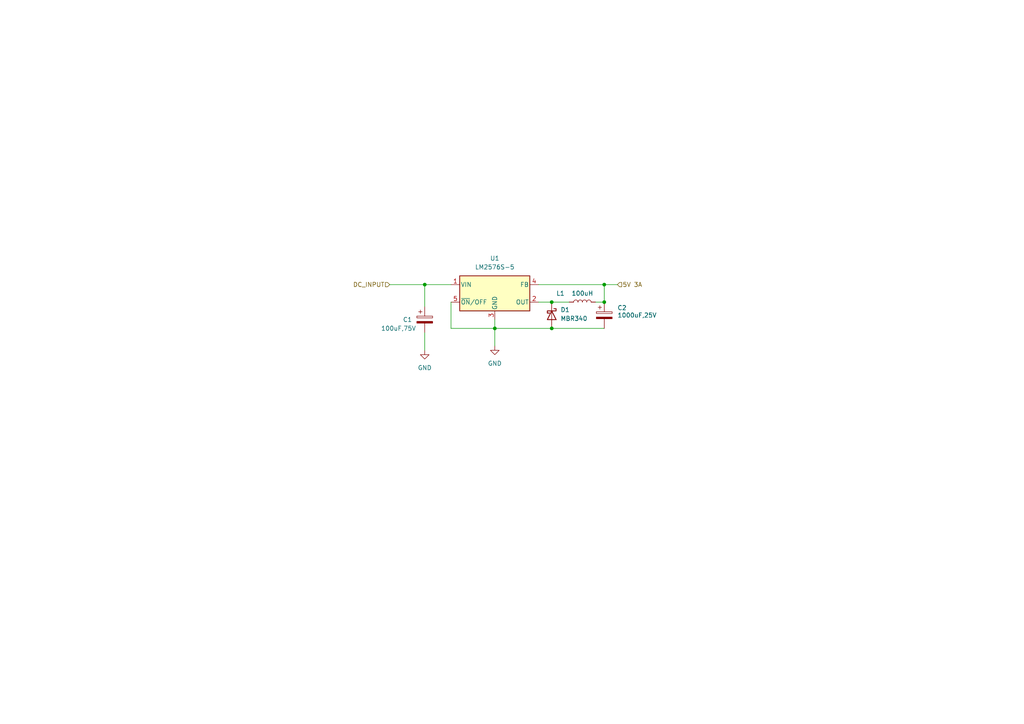
<source format=kicad_sch>
(kicad_sch (version 20211123) (generator eeschema)
  (paper "A4")
  (lib_symbols
    (symbol "Device:C_Polarized" (pin_numbers hide) (pin_names (offset 0.254))
      (property "Reference" "C" (at 0.635 2.54 0))
      (property "Value" "C_Polarized" (at 0.635 -2.54 0))
      (symbol "C_Polarized_0_1"
        (rectangle (start -2.286 0.508) (end 2.286 1.016))
        (polyline (pts (xy -1.778 2.286) (xy -0.762 2.286)))
        (polyline (pts (xy -1.27 2.794) (xy -1.27 1.778)))
        (rectangle (start 2.286 -0.508) (end -2.286 -1.016) (fill (type outline)))
      )
      (symbol "C_Polarized_1_1"
        (pin passive line (at 0 3.81 270) (length 2.794) (name "~") (number "1"))
        (pin passive line (at 0 -3.81 90) (length 2.794) (name "~") (number "2"))
      )
    )
    (symbol "Device:L" (pin_numbers hide) (pin_names (offset 1.016) hide)
      (property "Reference" "L" (at -1.27 0 90))
      (property "Value" "L" (at 1.905 0 90))
      (symbol "L_0_1"
        (arc (start 0 -2.54) (mid 0.635 -1.905) (end 0 -1.27))
        (arc (start 0 -1.27) (mid 0.635 -0.635) (end 0 0))
        (arc (start 0 0) (mid 0.635 0.635) (end 0 1.27))
        (arc (start 0 1.27) (mid 0.635 1.905) (end 0 2.54))
      )
      (symbol "L_1_1"
        (pin passive line (at 0 3.81 270) (length 1.27) (name "1") (number "1"))
        (pin passive line (at 0 -3.81 90) (length 1.27) (name "2") (number "2"))
      )
    )
    (symbol "Diode:MBR340" (pin_numbers hide) (pin_names (offset 1.016) hide)
      (property "Reference" "D" (at 0 2.54 0))
      (property "Value" "MBR340" (at 0 -2.54 0))
      (symbol "MBR340_0_1"
        (polyline (pts (xy 1.27 0) (xy -1.27 0)))
        (polyline (pts (xy 1.27 1.27) (xy 1.27 -1.27) (xy -1.27 0) (xy 1.27 1.27)) (stroke (width 0.254)))
        (polyline (pts (xy -1.905 0.635) (xy -1.905 1.27) (xy -1.27 1.27) (xy -1.27 -1.27) (xy -0.635 -1.27) (xy -0.635 -0.635)) (stroke (width 0.254)))
      )
      (symbol "MBR340_1_1"
        (pin passive line (at -3.81 0 0) (length 2.54) (name "K") (number "1"))
        (pin passive line (at 3.81 0 180) (length 2.54) (name "A") (number "2"))
      )
    )
    (symbol "Regulator_Switching:LM2576S-5" (pin_names (offset 0.254))
      (property "Reference" "U" (at -10.16 6.35 0))
      (property "Value" "LM2576S-5" (at 0 6.35 0))
      (symbol "LM2576S-5_0_1"
        (rectangle (start -10.16 5.08) (end 10.16 -5.08) (stroke (width 0.254)) (fill (type background)))
      )
      (symbol "LM2576S-5_1_1"
        (pin power_in line (at -12.7 2.54 0) (length 2.54) (name "VIN") (number "1"))
        (pin output line (at 12.7 -2.54 180) (length 2.54) (name "OUT") (number "2"))
        (pin power_in line (at 0 -7.62 90) (length 2.54) (name "GND") (number "3"))
        (pin input line (at 12.7 2.54 180) (length 2.54) (name "FB") (number "4"))
        (pin input line (at -12.7 -2.54 0) (length 2.54) (name "~{ON}/OFF") (number "5"))
      )
    )
    (symbol "power:GND" (power) (pin_names (offset 0))
      (property "Value" "GND" (at 0 -3.81 0))
      (symbol "GND_0_1"
        (polyline (pts (xy 0 0) (xy 0 -1.27) (xy 1.27 -1.27) (xy 0 -2.54) (xy -1.27 -1.27) (xy 0 -1.27)))
      )
      (symbol "GND_1_1"
        (pin power_in line (at 0 0 270) (length 0) hide (name "GND") (number "1"))
      )
    )
  )
  (junction (at 175.26 87.63))
  (junction (at 175.26 82.55))
  (junction (at 143.51 95.25))
  (junction (at 123.19 82.55))
  (junction (at 160.02 87.63))
  (junction (at 160.02 95.25))
  (wire (pts (xy 143.51 92.71) (xy 143.51 95.25)))
  (wire (pts (xy 123.19 82.55) (xy 113.03 82.55)))
  (wire (pts (xy 143.51 95.25) (xy 143.51 100.33)))
  (wire (pts (xy 123.19 82.55) (xy 130.81 82.55)))
  (wire (pts (xy 175.26 82.55) (xy 179.07 82.55)))
  (wire (pts (xy 156.21 82.55) (xy 175.26 82.55)))
  (wire (pts (xy 143.51 95.25) (xy 160.02 95.25)))
  (wire (pts (xy 175.26 82.55) (xy 175.26 87.63)))
  (wire (pts (xy 160.02 87.63) (xy 165.1 87.63)))
  (wire (pts (xy 160.02 95.25) (xy 175.26 95.25)))
  (wire (pts (xy 172.72 87.63) (xy 175.26 87.63)))
  (wire (pts (xy 123.19 88.9) (xy 123.19 82.55)))
  (wire (pts (xy 123.19 96.52) (xy 123.19 101.6)))
  (wire (pts (xy 156.21 87.63) (xy 160.02 87.63)))
  (wire (pts (xy 130.81 87.63) (xy 130.81 95.25)))
  (wire (pts (xy 130.81 95.25) (xy 143.51 95.25)))
  (hierarchical_label "5V 3A" (shape input) (at 179.07 82.55 0))
  (hierarchical_label "DC_INPUT" (shape input) (at 113.03 82.55 180))
  (symbol (lib_id "Device:L") (at 168.91 87.63 90) (unit 1)
    (property "Reference" "L1" (at 162.56 85.09 90))
    (property "Value" "100uH" (at 168.91 85.09 90))
    (property "Footprint" "Inductor_SMD:L_0805_2012Metric" (effects hide))
  )
  (symbol (lib_id "power:GND") (at 143.51 100.33 0) (unit 1)
    (property "Reference" "#PWR0103" (effects hide))
    (property "Value" "GND" (at 143.51 105.41 0))
  )
  (symbol (lib_id "Diode:MBR340") (at 160.02 91.44 270) (unit 1)
    (property "Reference" "D1" (at 162.56 89.8524 90) (effects (justify left)))
    (property "Value" "MBR340" (at 162.56 92.3924 90) (effects (justify left)))
    (property "Footprint" "Diode_THT:D_DO-201AD_P15.24mm_Horizontal" (effects hide))
    (property "Datasheet" "http://www.onsemi.com/pub_link/Collateral/MBR340-D.PDF" (effects hide))
  )
  (symbol (lib_id "Regulator_Switching:LM2576S-5") (at 143.51 85.09 0) (unit 1)
    (property "Reference" "U1" (at 143.51 74.93 0))
    (property "Value" "LM2576S-5" (at 143.51 77.47 0))
    (property "Footprint" "Package_TO_SOT_SMD:TO-263-5_TabPin3" (effects hide))
    (property "Datasheet" "http://www.ti.com/lit/ds/symlink/lm2576.pdf" (effects hide))
  )
  (symbol (lib_id "power:GND") (at 123.19 101.6 0) (unit 1)
    (property "Reference" "#PWR0104" (effects hide))
    (property "Value" "GND" (at 123.19 106.68 0))
  )
  (symbol (lib_id "Device:C_Polarized") (at 175.26 91.44 0) (unit 1)
    (property "Reference" "C2" (at 179.07 89.2809 0) (effects (justify left)))
    (property "Value" "1000uF,25V" (at 179.07 91.44 0) (effects (justify left)))
    (property "Footprint" "Capacitor_SMD:CP_Elec_8x6.5" (effects hide))
  )
  (symbol (lib_id "Device:C_Polarized") (at 123.19 92.71 0) (unit 1)
    (property "Reference" "C1" (at 116.84 92.71 0) (effects (justify left)))
    (property "Value" "100uF,75V" (at 110.49 95.25 0) (effects (justify left)))
    (property "Footprint" "Capacitor_SMD:CP_Elec_8x6.2" (effects hide))
  )
)
</source>
